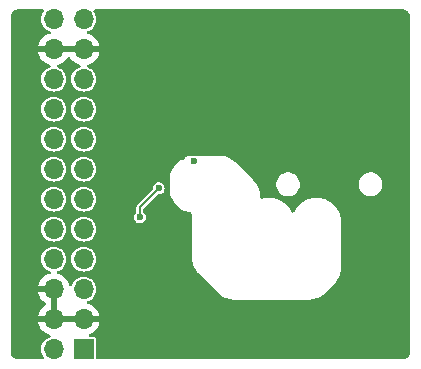
<source format=gbr>
%TF.GenerationSoftware,KiCad,Pcbnew,8.0.3-8.0.3-0~ubuntu23.10.1*%
%TF.CreationDate,2024-10-17T21:53:55-04:00*%
%TF.ProjectId,INA333,494e4133-3333-42e6-9b69-6361645f7063,rev?*%
%TF.SameCoordinates,Original*%
%TF.FileFunction,Copper,L2,Bot*%
%TF.FilePolarity,Positive*%
%FSLAX46Y46*%
G04 Gerber Fmt 4.6, Leading zero omitted, Abs format (unit mm)*
G04 Created by KiCad (PCBNEW 8.0.3-8.0.3-0~ubuntu23.10.1) date 2024-10-17 21:53:55*
%MOMM*%
%LPD*%
G01*
G04 APERTURE LIST*
%TA.AperFunction,ComponentPad*%
%ADD10R,1.700000X1.700000*%
%TD*%
%TA.AperFunction,ComponentPad*%
%ADD11O,1.700000X1.700000*%
%TD*%
%TA.AperFunction,ViaPad*%
%ADD12C,0.600000*%
%TD*%
%TA.AperFunction,Conductor*%
%ADD13C,0.200000*%
%TD*%
G04 APERTURE END LIST*
D10*
%TO.P,J1,1,Pin_1*%
%TO.N,/SDA{slash}A4*%
X115650000Y-103975000D03*
D11*
%TO.P,J1,2,Pin_2*%
%TO.N,/SCL{slash}A5*%
X113110000Y-103975000D03*
%TO.P,J1,3,Pin_3*%
%TO.N,GND*%
X115650000Y-101435000D03*
%TO.P,J1,4,Pin_4*%
X113110000Y-101435000D03*
%TO.P,J1,5,Pin_5*%
%TO.N,/IN0+*%
X115650000Y-98895000D03*
%TO.P,J1,6,Pin_6*%
%TO.N,GND*%
X113110000Y-98895000D03*
%TO.P,J1,7,Pin_7*%
%TO.N,/IN1-*%
X115650000Y-96355000D03*
%TO.P,J1,8,Pin_8*%
%TO.N,/IN1+*%
X113110000Y-96355000D03*
%TO.P,J1,9,Pin_9*%
%TO.N,/IN2+*%
X115650000Y-93815000D03*
%TO.P,J1,10,Pin_10*%
%TO.N,/IN2-*%
X113110000Y-93815000D03*
%TO.P,J1,11,Pin_11*%
%TO.N,/IN3-*%
X115650000Y-91275000D03*
%TO.P,J1,12,Pin_12*%
%TO.N,/IN3+*%
X113110000Y-91275000D03*
%TO.P,J1,13,Pin_13*%
%TO.N,/IN4+*%
X115650000Y-88735000D03*
%TO.P,J1,14,Pin_14*%
%TO.N,/IN4-*%
X113110000Y-88735000D03*
%TO.P,J1,15,Pin_15*%
%TO.N,/IN5-*%
X115650000Y-86195000D03*
%TO.P,J1,16,Pin_16*%
%TO.N,/IN5+*%
X113110000Y-86195000D03*
%TO.P,J1,17,Pin_17*%
%TO.N,/IN6+*%
X115650000Y-83655000D03*
%TO.P,J1,18,Pin_18*%
%TO.N,/IN6-*%
X113110000Y-83655000D03*
%TO.P,J1,19,Pin_19*%
%TO.N,/IN7-*%
X115650000Y-81115000D03*
%TO.P,J1,20,Pin_20*%
%TO.N,/IN7+*%
X113110000Y-81115000D03*
%TO.P,J1,21,Pin_21*%
%TO.N,GND*%
X115650000Y-78575000D03*
%TO.P,J1,22,Pin_22*%
X113110000Y-78575000D03*
%TO.P,J1,23,Pin_23*%
%TO.N,/A0*%
X115650000Y-76035000D03*
%TO.P,J1,24,Pin_24*%
%TO.N,VIN*%
X113110000Y-76035000D03*
%TD*%
D12*
%TO.N,VIN*%
X122000000Y-90350000D03*
X120400000Y-92800000D03*
%TO.N,GND*%
X119200000Y-92200000D03*
X126300000Y-85400000D03*
X124000000Y-87700000D03*
X125000000Y-88000000D03*
%TD*%
D13*
%TO.N,VIN*%
X120400000Y-91950000D02*
X122000000Y-90350000D01*
X120400000Y-92800000D02*
X120400000Y-91950000D01*
%TD*%
%TA.AperFunction,Conductor*%
%TO.N,GND*%
G36*
X112236643Y-75225185D02*
G01*
X112282398Y-75277989D01*
X112292342Y-75347147D01*
X112265458Y-75408164D01*
X112232317Y-75448546D01*
X112134769Y-75631043D01*
X112134768Y-75631045D01*
X112134768Y-75631046D01*
X112127898Y-75653692D01*
X112074699Y-75829067D01*
X112054417Y-76035000D01*
X112074699Y-76240932D01*
X112074700Y-76240934D01*
X112134768Y-76438954D01*
X112232315Y-76621450D01*
X112232317Y-76621452D01*
X112363589Y-76781410D01*
X112460209Y-76860702D01*
X112523550Y-76912685D01*
X112706046Y-77010232D01*
X112772551Y-77030405D01*
X112830989Y-77068702D01*
X112859446Y-77132514D01*
X112848887Y-77201581D01*
X112802663Y-77253975D01*
X112768650Y-77268841D01*
X112646514Y-77301567D01*
X112646507Y-77301570D01*
X112432422Y-77401399D01*
X112432420Y-77401400D01*
X112238926Y-77536886D01*
X112238920Y-77536891D01*
X112071891Y-77703920D01*
X112071886Y-77703926D01*
X111936400Y-77897420D01*
X111936399Y-77897422D01*
X111836570Y-78111507D01*
X111836567Y-78111513D01*
X111779364Y-78324999D01*
X111779364Y-78325000D01*
X112676988Y-78325000D01*
X112644075Y-78382007D01*
X112610000Y-78509174D01*
X112610000Y-78640826D01*
X112644075Y-78767993D01*
X112676988Y-78825000D01*
X111779364Y-78825000D01*
X111836567Y-79038486D01*
X111836570Y-79038492D01*
X111936399Y-79252578D01*
X112071894Y-79446082D01*
X112238917Y-79613105D01*
X112432421Y-79748600D01*
X112646507Y-79848429D01*
X112646516Y-79848433D01*
X112768649Y-79881158D01*
X112828310Y-79917523D01*
X112858839Y-79980369D01*
X112850545Y-80049745D01*
X112806059Y-80103623D01*
X112772552Y-80119593D01*
X112706046Y-80139767D01*
X112575358Y-80209622D01*
X112523550Y-80237315D01*
X112523548Y-80237316D01*
X112523547Y-80237317D01*
X112363589Y-80368589D01*
X112232317Y-80528547D01*
X112134769Y-80711043D01*
X112074699Y-80909067D01*
X112054417Y-81115000D01*
X112074699Y-81320932D01*
X112074700Y-81320934D01*
X112134768Y-81518954D01*
X112232315Y-81701450D01*
X112232317Y-81701452D01*
X112363589Y-81861410D01*
X112460209Y-81940702D01*
X112523550Y-81992685D01*
X112706046Y-82090232D01*
X112904066Y-82150300D01*
X112904065Y-82150300D01*
X112922529Y-82152118D01*
X113110000Y-82170583D01*
X113315934Y-82150300D01*
X113513954Y-82090232D01*
X113696450Y-81992685D01*
X113856410Y-81861410D01*
X113987685Y-81701450D01*
X114085232Y-81518954D01*
X114145300Y-81320934D01*
X114165583Y-81115000D01*
X114145300Y-80909066D01*
X114085232Y-80711046D01*
X113987685Y-80528550D01*
X113935702Y-80465209D01*
X113856410Y-80368589D01*
X113696452Y-80237317D01*
X113696453Y-80237317D01*
X113696450Y-80237315D01*
X113513954Y-80139768D01*
X113447447Y-80119593D01*
X113389009Y-80081296D01*
X113360553Y-80017484D01*
X113371113Y-79948417D01*
X113417337Y-79896023D01*
X113451350Y-79881158D01*
X113573483Y-79848433D01*
X113573492Y-79848429D01*
X113787578Y-79748600D01*
X113981082Y-79613105D01*
X114148105Y-79446082D01*
X114278425Y-79259968D01*
X114333002Y-79216344D01*
X114402501Y-79209151D01*
X114464855Y-79240673D01*
X114481575Y-79259968D01*
X114611894Y-79446082D01*
X114778917Y-79613105D01*
X114972421Y-79748600D01*
X115186507Y-79848429D01*
X115186516Y-79848433D01*
X115308649Y-79881158D01*
X115368310Y-79917523D01*
X115398839Y-79980369D01*
X115390545Y-80049745D01*
X115346059Y-80103623D01*
X115312552Y-80119593D01*
X115246046Y-80139767D01*
X115115358Y-80209622D01*
X115063550Y-80237315D01*
X115063548Y-80237316D01*
X115063547Y-80237317D01*
X114903589Y-80368589D01*
X114772317Y-80528547D01*
X114674769Y-80711043D01*
X114614699Y-80909067D01*
X114594417Y-81115000D01*
X114614699Y-81320932D01*
X114614700Y-81320934D01*
X114674768Y-81518954D01*
X114772315Y-81701450D01*
X114772317Y-81701452D01*
X114903589Y-81861410D01*
X115000209Y-81940702D01*
X115063550Y-81992685D01*
X115246046Y-82090232D01*
X115444066Y-82150300D01*
X115444065Y-82150300D01*
X115462529Y-82152118D01*
X115650000Y-82170583D01*
X115855934Y-82150300D01*
X116053954Y-82090232D01*
X116236450Y-81992685D01*
X116396410Y-81861410D01*
X116527685Y-81701450D01*
X116625232Y-81518954D01*
X116685300Y-81320934D01*
X116705583Y-81115000D01*
X116685300Y-80909066D01*
X116625232Y-80711046D01*
X116527685Y-80528550D01*
X116475702Y-80465209D01*
X116396410Y-80368589D01*
X116236452Y-80237317D01*
X116236453Y-80237317D01*
X116236450Y-80237315D01*
X116053954Y-80139768D01*
X115987447Y-80119593D01*
X115929009Y-80081296D01*
X115900553Y-80017484D01*
X115911113Y-79948417D01*
X115957337Y-79896023D01*
X115991350Y-79881158D01*
X116113483Y-79848433D01*
X116113492Y-79848429D01*
X116327578Y-79748600D01*
X116521082Y-79613105D01*
X116688105Y-79446082D01*
X116823600Y-79252578D01*
X116923429Y-79038492D01*
X116923432Y-79038486D01*
X116980636Y-78825000D01*
X116083012Y-78825000D01*
X116115925Y-78767993D01*
X116150000Y-78640826D01*
X116150000Y-78509174D01*
X116115925Y-78382007D01*
X116083012Y-78325000D01*
X116980636Y-78325000D01*
X116980635Y-78324999D01*
X116923432Y-78111513D01*
X116923429Y-78111507D01*
X116823600Y-77897422D01*
X116823599Y-77897420D01*
X116688113Y-77703926D01*
X116688108Y-77703920D01*
X116521082Y-77536894D01*
X116327578Y-77401399D01*
X116113492Y-77301570D01*
X116113486Y-77301567D01*
X115991349Y-77268841D01*
X115931689Y-77232476D01*
X115901160Y-77169629D01*
X115909455Y-77100253D01*
X115953940Y-77046375D01*
X115987444Y-77030407D01*
X116053954Y-77010232D01*
X116236450Y-76912685D01*
X116396410Y-76781410D01*
X116527685Y-76621450D01*
X116625232Y-76438954D01*
X116685300Y-76240934D01*
X116705583Y-76035000D01*
X116685300Y-75829066D01*
X116625232Y-75631046D01*
X116527685Y-75448550D01*
X116527682Y-75448546D01*
X116494542Y-75408164D01*
X116467230Y-75343854D01*
X116479022Y-75274986D01*
X116526174Y-75223427D01*
X116590396Y-75205500D01*
X142679108Y-75205500D01*
X142738038Y-75205500D01*
X142751922Y-75206280D01*
X142842266Y-75216459D01*
X142869331Y-75222636D01*
X142948540Y-75250352D01*
X142973553Y-75262398D01*
X143044606Y-75307043D01*
X143066313Y-75324355D01*
X143125644Y-75383686D01*
X143142957Y-75405395D01*
X143187600Y-75476444D01*
X143199648Y-75501462D01*
X143227362Y-75580666D01*
X143233540Y-75607735D01*
X143243720Y-75698076D01*
X143244500Y-75711961D01*
X143244500Y-104298038D01*
X143243720Y-104311923D01*
X143233540Y-104402264D01*
X143227362Y-104429333D01*
X143199648Y-104508537D01*
X143187600Y-104533555D01*
X143142957Y-104604604D01*
X143125644Y-104626313D01*
X143066313Y-104685644D01*
X143044604Y-104702957D01*
X142973555Y-104747600D01*
X142948537Y-104759648D01*
X142869333Y-104787362D01*
X142842264Y-104793540D01*
X142762075Y-104802576D01*
X142751921Y-104803720D01*
X142738038Y-104804500D01*
X116824500Y-104804500D01*
X116757461Y-104784815D01*
X116711706Y-104732011D01*
X116700500Y-104680500D01*
X116700500Y-103105249D01*
X116700499Y-103105247D01*
X116688868Y-103046770D01*
X116688867Y-103046769D01*
X116644552Y-102980447D01*
X116578230Y-102936132D01*
X116578229Y-102936131D01*
X116519752Y-102924500D01*
X116519748Y-102924500D01*
X116209457Y-102924500D01*
X116142418Y-102904815D01*
X116096663Y-102852011D01*
X116086719Y-102782853D01*
X116115744Y-102719297D01*
X116157052Y-102688118D01*
X116327578Y-102608600D01*
X116521082Y-102473105D01*
X116688105Y-102306082D01*
X116823600Y-102112578D01*
X116923429Y-101898492D01*
X116923432Y-101898486D01*
X116980636Y-101685000D01*
X116083012Y-101685000D01*
X116115925Y-101627993D01*
X116150000Y-101500826D01*
X116150000Y-101369174D01*
X116115925Y-101242007D01*
X116083012Y-101185000D01*
X116980636Y-101185000D01*
X116980635Y-101184999D01*
X116923432Y-100971513D01*
X116923429Y-100971507D01*
X116823600Y-100757422D01*
X116823599Y-100757420D01*
X116688113Y-100563926D01*
X116688108Y-100563920D01*
X116521082Y-100396894D01*
X116327578Y-100261399D01*
X116113492Y-100161570D01*
X116113486Y-100161567D01*
X115991349Y-100128841D01*
X115931689Y-100092476D01*
X115901160Y-100029629D01*
X115909455Y-99960253D01*
X115953940Y-99906375D01*
X115987444Y-99890407D01*
X116053954Y-99870232D01*
X116236450Y-99772685D01*
X116396410Y-99641410D01*
X116527685Y-99481450D01*
X116625232Y-99298954D01*
X116685300Y-99100934D01*
X116705583Y-98895000D01*
X116685300Y-98689066D01*
X116625232Y-98491046D01*
X116527685Y-98308550D01*
X116452897Y-98217420D01*
X116396410Y-98148589D01*
X116278677Y-98051969D01*
X116236450Y-98017315D01*
X116053954Y-97919768D01*
X115855934Y-97859700D01*
X115855932Y-97859699D01*
X115855934Y-97859699D01*
X115650000Y-97839417D01*
X115444067Y-97859699D01*
X115246043Y-97919769D01*
X115135898Y-97978643D01*
X115063550Y-98017315D01*
X115063548Y-98017316D01*
X115063547Y-98017317D01*
X114903589Y-98148589D01*
X114772317Y-98308547D01*
X114772315Y-98308550D01*
X114748627Y-98352867D01*
X114674767Y-98491046D01*
X114654593Y-98557552D01*
X114616296Y-98615990D01*
X114552483Y-98644447D01*
X114483416Y-98633886D01*
X114431023Y-98587661D01*
X114416158Y-98553649D01*
X114383433Y-98431516D01*
X114383429Y-98431507D01*
X114283600Y-98217422D01*
X114283599Y-98217420D01*
X114148113Y-98023926D01*
X114148108Y-98023920D01*
X113981082Y-97856894D01*
X113787578Y-97721399D01*
X113573492Y-97621570D01*
X113573486Y-97621567D01*
X113451349Y-97588841D01*
X113391689Y-97552476D01*
X113361160Y-97489629D01*
X113369455Y-97420253D01*
X113413940Y-97366375D01*
X113447444Y-97350407D01*
X113513954Y-97330232D01*
X113696450Y-97232685D01*
X113856410Y-97101410D01*
X113987685Y-96941450D01*
X114085232Y-96758954D01*
X114145300Y-96560934D01*
X114165583Y-96355000D01*
X114594417Y-96355000D01*
X114614699Y-96560932D01*
X114614700Y-96560934D01*
X114674768Y-96758954D01*
X114772315Y-96941450D01*
X114772317Y-96941452D01*
X114903589Y-97101410D01*
X115000209Y-97180702D01*
X115063550Y-97232685D01*
X115246046Y-97330232D01*
X115444066Y-97390300D01*
X115444065Y-97390300D01*
X115462529Y-97392118D01*
X115650000Y-97410583D01*
X115855934Y-97390300D01*
X116053954Y-97330232D01*
X116236450Y-97232685D01*
X116396410Y-97101410D01*
X116527685Y-96941450D01*
X116625232Y-96758954D01*
X116685300Y-96560934D01*
X116705583Y-96355000D01*
X116685300Y-96149066D01*
X116625232Y-95951046D01*
X116527685Y-95768550D01*
X116475702Y-95705209D01*
X116396410Y-95608589D01*
X116236452Y-95477317D01*
X116236453Y-95477317D01*
X116236450Y-95477315D01*
X116053954Y-95379768D01*
X115855934Y-95319700D01*
X115855932Y-95319699D01*
X115855934Y-95319699D01*
X115650000Y-95299417D01*
X115444067Y-95319699D01*
X115246043Y-95379769D01*
X115135898Y-95438643D01*
X115063550Y-95477315D01*
X115063548Y-95477316D01*
X115063547Y-95477317D01*
X114903589Y-95608589D01*
X114772317Y-95768547D01*
X114674769Y-95951043D01*
X114614699Y-96149067D01*
X114594417Y-96355000D01*
X114165583Y-96355000D01*
X114145300Y-96149066D01*
X114085232Y-95951046D01*
X113987685Y-95768550D01*
X113935702Y-95705209D01*
X113856410Y-95608589D01*
X113696452Y-95477317D01*
X113696453Y-95477317D01*
X113696450Y-95477315D01*
X113513954Y-95379768D01*
X113315934Y-95319700D01*
X113315932Y-95319699D01*
X113315934Y-95319699D01*
X113110000Y-95299417D01*
X112904067Y-95319699D01*
X112706043Y-95379769D01*
X112595898Y-95438643D01*
X112523550Y-95477315D01*
X112523548Y-95477316D01*
X112523547Y-95477317D01*
X112363589Y-95608589D01*
X112232317Y-95768547D01*
X112134769Y-95951043D01*
X112074699Y-96149067D01*
X112054417Y-96355000D01*
X112074699Y-96560932D01*
X112074700Y-96560934D01*
X112134768Y-96758954D01*
X112232315Y-96941450D01*
X112232317Y-96941452D01*
X112363589Y-97101410D01*
X112460209Y-97180702D01*
X112523550Y-97232685D01*
X112706046Y-97330232D01*
X112772551Y-97350405D01*
X112830989Y-97388702D01*
X112859446Y-97452514D01*
X112848887Y-97521581D01*
X112802663Y-97573975D01*
X112768650Y-97588841D01*
X112646514Y-97621567D01*
X112646507Y-97621570D01*
X112432422Y-97721399D01*
X112432420Y-97721400D01*
X112238926Y-97856886D01*
X112238920Y-97856891D01*
X112071891Y-98023920D01*
X112071886Y-98023926D01*
X111936400Y-98217420D01*
X111936399Y-98217422D01*
X111836570Y-98431507D01*
X111836567Y-98431513D01*
X111779364Y-98644999D01*
X111779364Y-98645000D01*
X112676988Y-98645000D01*
X112644075Y-98702007D01*
X112610000Y-98829174D01*
X112610000Y-98960826D01*
X112644075Y-99087993D01*
X112676988Y-99145000D01*
X111779364Y-99145000D01*
X111836567Y-99358486D01*
X111836570Y-99358492D01*
X111936399Y-99572578D01*
X112071894Y-99766082D01*
X112238917Y-99933105D01*
X112425031Y-100063425D01*
X112468656Y-100118003D01*
X112475848Y-100187501D01*
X112444326Y-100249856D01*
X112425031Y-100266575D01*
X112238922Y-100396890D01*
X112238920Y-100396891D01*
X112071891Y-100563920D01*
X112071886Y-100563926D01*
X111936400Y-100757420D01*
X111936399Y-100757422D01*
X111836570Y-100971507D01*
X111836567Y-100971513D01*
X111779364Y-101184999D01*
X111779364Y-101185000D01*
X112676988Y-101185000D01*
X112644075Y-101242007D01*
X112610000Y-101369174D01*
X112610000Y-101500826D01*
X112644075Y-101627993D01*
X112676988Y-101685000D01*
X111779364Y-101685000D01*
X111836567Y-101898486D01*
X111836570Y-101898492D01*
X111936399Y-102112578D01*
X112071894Y-102306082D01*
X112238917Y-102473105D01*
X112432421Y-102608600D01*
X112646507Y-102708429D01*
X112646516Y-102708433D01*
X112768649Y-102741158D01*
X112828310Y-102777523D01*
X112858839Y-102840369D01*
X112850545Y-102909745D01*
X112806059Y-102963623D01*
X112772552Y-102979593D01*
X112706046Y-102999767D01*
X112618112Y-103046770D01*
X112523550Y-103097315D01*
X112523548Y-103097316D01*
X112523547Y-103097317D01*
X112363589Y-103228589D01*
X112232317Y-103388547D01*
X112134769Y-103571043D01*
X112074699Y-103769067D01*
X112054417Y-103975000D01*
X112074699Y-104180932D01*
X112074700Y-104180934D01*
X112134768Y-104378954D01*
X112211081Y-104521725D01*
X112232317Y-104561453D01*
X112265458Y-104601836D01*
X112292770Y-104666146D01*
X112280978Y-104735014D01*
X112233826Y-104786573D01*
X112169604Y-104804500D01*
X110016962Y-104804500D01*
X110003078Y-104803720D01*
X109990553Y-104802308D01*
X109912735Y-104793540D01*
X109885666Y-104787362D01*
X109806462Y-104759648D01*
X109781444Y-104747600D01*
X109710395Y-104702957D01*
X109688686Y-104685644D01*
X109629355Y-104626313D01*
X109612042Y-104604604D01*
X109584928Y-104561453D01*
X109567398Y-104533553D01*
X109555351Y-104508537D01*
X109527637Y-104429333D01*
X109521459Y-104402263D01*
X109511280Y-104311922D01*
X109510500Y-104298038D01*
X109510500Y-93815000D01*
X112054417Y-93815000D01*
X112074699Y-94020932D01*
X112074700Y-94020934D01*
X112134768Y-94218954D01*
X112232315Y-94401450D01*
X112232317Y-94401452D01*
X112363589Y-94561410D01*
X112460209Y-94640702D01*
X112523550Y-94692685D01*
X112706046Y-94790232D01*
X112904066Y-94850300D01*
X112904065Y-94850300D01*
X112922529Y-94852118D01*
X113110000Y-94870583D01*
X113315934Y-94850300D01*
X113513954Y-94790232D01*
X113696450Y-94692685D01*
X113856410Y-94561410D01*
X113987685Y-94401450D01*
X114085232Y-94218954D01*
X114145300Y-94020934D01*
X114165583Y-93815000D01*
X114594417Y-93815000D01*
X114614699Y-94020932D01*
X114614700Y-94020934D01*
X114674768Y-94218954D01*
X114772315Y-94401450D01*
X114772317Y-94401452D01*
X114903589Y-94561410D01*
X115000209Y-94640702D01*
X115063550Y-94692685D01*
X115246046Y-94790232D01*
X115444066Y-94850300D01*
X115444065Y-94850300D01*
X115462529Y-94852118D01*
X115650000Y-94870583D01*
X115855934Y-94850300D01*
X116053954Y-94790232D01*
X116236450Y-94692685D01*
X116396410Y-94561410D01*
X116527685Y-94401450D01*
X116625232Y-94218954D01*
X116685300Y-94020934D01*
X116705583Y-93815000D01*
X116685300Y-93609066D01*
X116625232Y-93411046D01*
X116527685Y-93228550D01*
X116475702Y-93165209D01*
X116396410Y-93068589D01*
X116278677Y-92971969D01*
X116236450Y-92937315D01*
X116066554Y-92846502D01*
X116053956Y-92839769D01*
X116053955Y-92839768D01*
X116053954Y-92839768D01*
X115922855Y-92800000D01*
X119894353Y-92800000D01*
X119914834Y-92942456D01*
X119946709Y-93012251D01*
X119974623Y-93073373D01*
X120068872Y-93182143D01*
X120189947Y-93259953D01*
X120189950Y-93259954D01*
X120189949Y-93259954D01*
X120328036Y-93300499D01*
X120328038Y-93300500D01*
X120328039Y-93300500D01*
X120471962Y-93300500D01*
X120471962Y-93300499D01*
X120610053Y-93259953D01*
X120731128Y-93182143D01*
X120825377Y-93073373D01*
X120885165Y-92942457D01*
X120905647Y-92800000D01*
X120885165Y-92657543D01*
X120825377Y-92526627D01*
X120825375Y-92526625D01*
X120825374Y-92526622D01*
X120730787Y-92417462D01*
X120701762Y-92353906D01*
X120700500Y-92336260D01*
X120700500Y-92125832D01*
X120720185Y-92058793D01*
X120736814Y-92038155D01*
X121888151Y-90886818D01*
X121949474Y-90853334D01*
X121975832Y-90850500D01*
X122071962Y-90850500D01*
X122071962Y-90850499D01*
X122210053Y-90809953D01*
X122331128Y-90732143D01*
X122425377Y-90623373D01*
X122485165Y-90492457D01*
X122505647Y-90350000D01*
X122485165Y-90207543D01*
X122425377Y-90076627D01*
X122331128Y-89967857D01*
X122210053Y-89890047D01*
X122210051Y-89890046D01*
X122210049Y-89890045D01*
X122210050Y-89890045D01*
X122071963Y-89849500D01*
X122071961Y-89849500D01*
X121928039Y-89849500D01*
X121928036Y-89849500D01*
X121789949Y-89890045D01*
X121668873Y-89967856D01*
X121574623Y-90076626D01*
X121574622Y-90076628D01*
X121514834Y-90207543D01*
X121494353Y-90350000D01*
X121494353Y-90350001D01*
X121495661Y-90359103D01*
X121485713Y-90428261D01*
X121460603Y-90464424D01*
X120215489Y-91709540D01*
X120159541Y-91765487D01*
X120159535Y-91765495D01*
X120119982Y-91834004D01*
X120119979Y-91834009D01*
X120099500Y-91910439D01*
X120099500Y-92336260D01*
X120079815Y-92403299D01*
X120069213Y-92417462D01*
X119974625Y-92526622D01*
X119974622Y-92526628D01*
X119914834Y-92657543D01*
X119894353Y-92800000D01*
X115922855Y-92800000D01*
X115855934Y-92779700D01*
X115855932Y-92779699D01*
X115855934Y-92779699D01*
X115650000Y-92759417D01*
X115444067Y-92779699D01*
X115246043Y-92839769D01*
X115135898Y-92898643D01*
X115063550Y-92937315D01*
X115063548Y-92937316D01*
X115063547Y-92937317D01*
X114903589Y-93068589D01*
X114772317Y-93228547D01*
X114674769Y-93411043D01*
X114614699Y-93609067D01*
X114594417Y-93815000D01*
X114165583Y-93815000D01*
X114145300Y-93609066D01*
X114085232Y-93411046D01*
X113987685Y-93228550D01*
X113935702Y-93165209D01*
X113856410Y-93068589D01*
X113738677Y-92971969D01*
X113696450Y-92937315D01*
X113526554Y-92846502D01*
X113513956Y-92839769D01*
X113513955Y-92839768D01*
X113513954Y-92839768D01*
X113315934Y-92779700D01*
X113315932Y-92779699D01*
X113315934Y-92779699D01*
X113110000Y-92759417D01*
X112904067Y-92779699D01*
X112706043Y-92839769D01*
X112595898Y-92898643D01*
X112523550Y-92937315D01*
X112523548Y-92937316D01*
X112523547Y-92937317D01*
X112363589Y-93068589D01*
X112232317Y-93228547D01*
X112134769Y-93411043D01*
X112074699Y-93609067D01*
X112054417Y-93815000D01*
X109510500Y-93815000D01*
X109510500Y-91275000D01*
X112054417Y-91275000D01*
X112074699Y-91480932D01*
X112104734Y-91579944D01*
X112134768Y-91678954D01*
X112232315Y-91861450D01*
X112232317Y-91861452D01*
X112363589Y-92021410D01*
X112450183Y-92092475D01*
X112523550Y-92152685D01*
X112706046Y-92250232D01*
X112904066Y-92310300D01*
X112904065Y-92310300D01*
X112922529Y-92312118D01*
X113110000Y-92330583D01*
X113315934Y-92310300D01*
X113513954Y-92250232D01*
X113696450Y-92152685D01*
X113856410Y-92021410D01*
X113987685Y-91861450D01*
X114085232Y-91678954D01*
X114145300Y-91480934D01*
X114165583Y-91275000D01*
X114594417Y-91275000D01*
X114614699Y-91480932D01*
X114644734Y-91579944D01*
X114674768Y-91678954D01*
X114772315Y-91861450D01*
X114772317Y-91861452D01*
X114903589Y-92021410D01*
X114990183Y-92092475D01*
X115063550Y-92152685D01*
X115246046Y-92250232D01*
X115444066Y-92310300D01*
X115444065Y-92310300D01*
X115462529Y-92312118D01*
X115650000Y-92330583D01*
X115855934Y-92310300D01*
X116053954Y-92250232D01*
X116236450Y-92152685D01*
X116396410Y-92021410D01*
X116527685Y-91861450D01*
X116625232Y-91678954D01*
X116685300Y-91480934D01*
X116705583Y-91275000D01*
X116685300Y-91069066D01*
X116625232Y-90871046D01*
X116527685Y-90688550D01*
X116474194Y-90623371D01*
X116396410Y-90528589D01*
X116274158Y-90428261D01*
X116236450Y-90397315D01*
X116053954Y-90299768D01*
X115855934Y-90239700D01*
X115855932Y-90239699D01*
X115855934Y-90239699D01*
X115650000Y-90219417D01*
X115444067Y-90239699D01*
X115246043Y-90299769D01*
X115152069Y-90350000D01*
X115063550Y-90397315D01*
X115063548Y-90397316D01*
X115063547Y-90397317D01*
X114903589Y-90528589D01*
X114772317Y-90688547D01*
X114674769Y-90871043D01*
X114614699Y-91069067D01*
X114594417Y-91275000D01*
X114165583Y-91275000D01*
X114145300Y-91069066D01*
X114085232Y-90871046D01*
X113987685Y-90688550D01*
X113934194Y-90623371D01*
X113856410Y-90528589D01*
X113734158Y-90428261D01*
X113696450Y-90397315D01*
X113513954Y-90299768D01*
X113315934Y-90239700D01*
X113315932Y-90239699D01*
X113315934Y-90239699D01*
X113110000Y-90219417D01*
X112904067Y-90239699D01*
X112706043Y-90299769D01*
X112612069Y-90350000D01*
X112523550Y-90397315D01*
X112523548Y-90397316D01*
X112523547Y-90397317D01*
X112363589Y-90528589D01*
X112232317Y-90688547D01*
X112134769Y-90871043D01*
X112074699Y-91069067D01*
X112054417Y-91275000D01*
X109510500Y-91275000D01*
X109510500Y-88735000D01*
X112054417Y-88735000D01*
X112074699Y-88940932D01*
X112074700Y-88940934D01*
X112134768Y-89138954D01*
X112232315Y-89321450D01*
X112232317Y-89321452D01*
X112363589Y-89481410D01*
X112424128Y-89531092D01*
X112523550Y-89612685D01*
X112706046Y-89710232D01*
X112904066Y-89770300D01*
X112904065Y-89770300D01*
X112922529Y-89772118D01*
X113110000Y-89790583D01*
X113315934Y-89770300D01*
X113513954Y-89710232D01*
X113696450Y-89612685D01*
X113856410Y-89481410D01*
X113987685Y-89321450D01*
X114085232Y-89138954D01*
X114145300Y-88940934D01*
X114165583Y-88735000D01*
X114594417Y-88735000D01*
X114614699Y-88940932D01*
X114614700Y-88940934D01*
X114674768Y-89138954D01*
X114772315Y-89321450D01*
X114772317Y-89321452D01*
X114903589Y-89481410D01*
X114964128Y-89531092D01*
X115063550Y-89612685D01*
X115246046Y-89710232D01*
X115444066Y-89770300D01*
X115444065Y-89770300D01*
X115462529Y-89772118D01*
X115650000Y-89790583D01*
X115855934Y-89770300D01*
X116053954Y-89710232D01*
X116236450Y-89612685D01*
X116265689Y-89588689D01*
X122915891Y-89588689D01*
X122915891Y-89761310D01*
X122928202Y-89917727D01*
X122928202Y-89917734D01*
X122938159Y-89980605D01*
X122938159Y-90019395D01*
X122928202Y-90082265D01*
X122928202Y-90082272D01*
X122915891Y-90238689D01*
X122915891Y-90411310D01*
X122928202Y-90567728D01*
X122928204Y-90567747D01*
X122955204Y-90738221D01*
X122991832Y-90890793D01*
X122991833Y-90890797D01*
X122991836Y-90890807D01*
X122991837Y-90890810D01*
X123045177Y-91054972D01*
X123105227Y-91199943D01*
X123183590Y-91353739D01*
X123261533Y-91480932D01*
X123265573Y-91487524D01*
X123265590Y-91487549D01*
X123367026Y-91627166D01*
X123468942Y-91746496D01*
X123591003Y-91868557D01*
X123710333Y-91970473D01*
X123849950Y-92071909D01*
X123849971Y-92071924D01*
X123983761Y-92153910D01*
X124137557Y-92232273D01*
X124282528Y-92292323D01*
X124446690Y-92345663D01*
X124446700Y-92345665D01*
X124446702Y-92345666D01*
X124446706Y-92345667D01*
X124474274Y-92352285D01*
X124599277Y-92382295D01*
X124696435Y-92397683D01*
X124759570Y-92427612D01*
X124796502Y-92486923D01*
X124801038Y-92520076D01*
X124803391Y-96186951D01*
X124815702Y-96342733D01*
X124815705Y-96342756D01*
X124842704Y-96513221D01*
X124879332Y-96665793D01*
X124879333Y-96665797D01*
X124879336Y-96665807D01*
X124879337Y-96665810D01*
X124932677Y-96829972D01*
X124992727Y-96974943D01*
X124992731Y-96974951D01*
X124992732Y-96974953D01*
X125026339Y-97040911D01*
X125026339Y-97040912D01*
X125071086Y-97128732D01*
X125071098Y-97128753D01*
X125153068Y-97262517D01*
X125153090Y-97262549D01*
X125254532Y-97402173D01*
X125254534Y-97402176D01*
X125261433Y-97410582D01*
X125329239Y-97493203D01*
X125384032Y-97552476D01*
X125387886Y-97556645D01*
X125416077Y-97585923D01*
X125416095Y-97585941D01*
X125416097Y-97585943D01*
X127079521Y-99244573D01*
X127197822Y-99345464D01*
X127337467Y-99446922D01*
X127337471Y-99446924D01*
X127337476Y-99446928D01*
X127471245Y-99528902D01*
X127471250Y-99528905D01*
X127471255Y-99528907D01*
X127471264Y-99528913D01*
X127625061Y-99607276D01*
X127770033Y-99667325D01*
X127934194Y-99720664D01*
X128086771Y-99757295D01*
X128257256Y-99784298D01*
X128323777Y-99789533D01*
X128336398Y-99794343D01*
X128374460Y-99795838D01*
X128374460Y-99795839D01*
X128419457Y-99797606D01*
X128460708Y-99799228D01*
X128460720Y-99799228D01*
X128460740Y-99799229D01*
X128500548Y-99800000D01*
X128500559Y-99799999D01*
X128500560Y-99800000D01*
X132035579Y-99798062D01*
X134686853Y-99796609D01*
X134842738Y-99784297D01*
X135013223Y-99757295D01*
X135165810Y-99720663D01*
X135329972Y-99667323D01*
X135474943Y-99607273D01*
X135628739Y-99528910D01*
X135762529Y-99446924D01*
X135902174Y-99345467D01*
X135993203Y-99270761D01*
X136056627Y-99212131D01*
X136087024Y-99182817D01*
X136890485Y-98374561D01*
X136890484Y-98374560D01*
X136909290Y-98355642D01*
X136910096Y-98352867D01*
X136920449Y-98338908D01*
X136990467Y-98257174D01*
X137091924Y-98117529D01*
X137173910Y-97983739D01*
X137252273Y-97829943D01*
X137312323Y-97684972D01*
X137365663Y-97520810D01*
X137402295Y-97368223D01*
X137429297Y-97197738D01*
X137440838Y-97080566D01*
X137444229Y-96994261D01*
X137445000Y-96954104D01*
X137441609Y-93167799D01*
X137429297Y-93012262D01*
X137402295Y-92841777D01*
X137365663Y-92689190D01*
X137312323Y-92525028D01*
X137252273Y-92380057D01*
X137173910Y-92226261D01*
X137091924Y-92092471D01*
X137091909Y-92092450D01*
X136990473Y-91952833D01*
X136888557Y-91833503D01*
X136766496Y-91711442D01*
X136647166Y-91609526D01*
X136507549Y-91508090D01*
X136507537Y-91508082D01*
X136507529Y-91508076D01*
X136373739Y-91426090D01*
X136219943Y-91347727D01*
X136093168Y-91295214D01*
X136074980Y-91287680D01*
X136074974Y-91287678D01*
X136074975Y-91287678D01*
X136074972Y-91287677D01*
X135910810Y-91234337D01*
X135910807Y-91234336D01*
X135910797Y-91234333D01*
X135910793Y-91234332D01*
X135758221Y-91197704D01*
X135587747Y-91170704D01*
X135587738Y-91170703D01*
X135587736Y-91170702D01*
X135587728Y-91170702D01*
X135431310Y-91158391D01*
X135431305Y-91158391D01*
X135258695Y-91158391D01*
X135258689Y-91158391D01*
X135102271Y-91170702D01*
X135102252Y-91170704D01*
X134931778Y-91197704D01*
X134779206Y-91234332D01*
X134779202Y-91234333D01*
X134615025Y-91287678D01*
X134615019Y-91287680D01*
X134482960Y-91342382D01*
X134470057Y-91347727D01*
X134316261Y-91426090D01*
X134316256Y-91426092D01*
X134316256Y-91426093D01*
X134316252Y-91426095D01*
X134182475Y-91508073D01*
X134182450Y-91508090D01*
X134042833Y-91609526D01*
X133923503Y-91711442D01*
X133801442Y-91833503D01*
X133699526Y-91952833D01*
X133598090Y-92092450D01*
X133598073Y-92092475D01*
X133516095Y-92226252D01*
X133516092Y-92226256D01*
X133513026Y-92232274D01*
X133455483Y-92345207D01*
X133407510Y-92396002D01*
X133339689Y-92412797D01*
X133273554Y-92390259D01*
X133234516Y-92345207D01*
X133173910Y-92226261D01*
X133091924Y-92092471D01*
X133091909Y-92092450D01*
X132990473Y-91952833D01*
X132888557Y-91833503D01*
X132766496Y-91711442D01*
X132647166Y-91609526D01*
X132507549Y-91508090D01*
X132507537Y-91508082D01*
X132507529Y-91508076D01*
X132373739Y-91426090D01*
X132219943Y-91347727D01*
X132093168Y-91295214D01*
X132074980Y-91287680D01*
X132074974Y-91287678D01*
X132074975Y-91287678D01*
X132074972Y-91287677D01*
X131910810Y-91234337D01*
X131910807Y-91234336D01*
X131910797Y-91234333D01*
X131910793Y-91234332D01*
X131758221Y-91197704D01*
X131587747Y-91170704D01*
X131587738Y-91170703D01*
X131587736Y-91170702D01*
X131587728Y-91170702D01*
X131431310Y-91158391D01*
X131431305Y-91158391D01*
X131258695Y-91158391D01*
X131258689Y-91158391D01*
X131102271Y-91170702D01*
X131102252Y-91170704D01*
X130931778Y-91197704D01*
X130779208Y-91234331D01*
X130779190Y-91234337D01*
X130759009Y-91240894D01*
X130689170Y-91242888D01*
X130629338Y-91206806D01*
X130598511Y-91144105D01*
X130596696Y-91123070D01*
X130596609Y-91012904D01*
X130584297Y-90857262D01*
X130557295Y-90686777D01*
X130520663Y-90534190D01*
X130467323Y-90370028D01*
X130407274Y-90225058D01*
X130373572Y-90158914D01*
X130357711Y-90127785D01*
X130357692Y-90127750D01*
X130345359Y-90103543D01*
X131944499Y-90103543D01*
X131982947Y-90296829D01*
X131982950Y-90296839D01*
X132058364Y-90478907D01*
X132058371Y-90478920D01*
X132167860Y-90642781D01*
X132167863Y-90642785D01*
X132307214Y-90782136D01*
X132307218Y-90782139D01*
X132471079Y-90891628D01*
X132471092Y-90891635D01*
X132653160Y-90967049D01*
X132653165Y-90967051D01*
X132653169Y-90967051D01*
X132653170Y-90967052D01*
X132846456Y-91005500D01*
X132846459Y-91005500D01*
X133043543Y-91005500D01*
X133173582Y-90979632D01*
X133236835Y-90967051D01*
X133418914Y-90891632D01*
X133582782Y-90782139D01*
X133722139Y-90642782D01*
X133831632Y-90478914D01*
X133907051Y-90296835D01*
X133921326Y-90225071D01*
X133945500Y-90103543D01*
X138944499Y-90103543D01*
X138982947Y-90296829D01*
X138982950Y-90296839D01*
X139058364Y-90478907D01*
X139058371Y-90478920D01*
X139167860Y-90642781D01*
X139167863Y-90642785D01*
X139307214Y-90782136D01*
X139307218Y-90782139D01*
X139471079Y-90891628D01*
X139471092Y-90891635D01*
X139653160Y-90967049D01*
X139653165Y-90967051D01*
X139653169Y-90967051D01*
X139653170Y-90967052D01*
X139846456Y-91005500D01*
X139846459Y-91005500D01*
X140043543Y-91005500D01*
X140173582Y-90979632D01*
X140236835Y-90967051D01*
X140418914Y-90891632D01*
X140582782Y-90782139D01*
X140722139Y-90642782D01*
X140831632Y-90478914D01*
X140907051Y-90296835D01*
X140921326Y-90225071D01*
X140945500Y-90103543D01*
X140945500Y-89906456D01*
X140907052Y-89713170D01*
X140907051Y-89713169D01*
X140907051Y-89713165D01*
X140904413Y-89706796D01*
X140831635Y-89531092D01*
X140831628Y-89531079D01*
X140722139Y-89367218D01*
X140722136Y-89367214D01*
X140582785Y-89227863D01*
X140582781Y-89227860D01*
X140418920Y-89118371D01*
X140418907Y-89118364D01*
X140236839Y-89042950D01*
X140236829Y-89042947D01*
X140043543Y-89004500D01*
X140043541Y-89004500D01*
X139846459Y-89004500D01*
X139846457Y-89004500D01*
X139653170Y-89042947D01*
X139653160Y-89042950D01*
X139471092Y-89118364D01*
X139471079Y-89118371D01*
X139307218Y-89227860D01*
X139307214Y-89227863D01*
X139167863Y-89367214D01*
X139167860Y-89367218D01*
X139058371Y-89531079D01*
X139058364Y-89531092D01*
X138982950Y-89713160D01*
X138982947Y-89713170D01*
X138944500Y-89906456D01*
X138944500Y-89906459D01*
X138944500Y-90103541D01*
X138944500Y-90103543D01*
X138944499Y-90103543D01*
X133945500Y-90103543D01*
X133945500Y-89906456D01*
X133907052Y-89713170D01*
X133907051Y-89713169D01*
X133907051Y-89713165D01*
X133904413Y-89706796D01*
X133831635Y-89531092D01*
X133831628Y-89531079D01*
X133722139Y-89367218D01*
X133722136Y-89367214D01*
X133582785Y-89227863D01*
X133582781Y-89227860D01*
X133418920Y-89118371D01*
X133418907Y-89118364D01*
X133236839Y-89042950D01*
X133236829Y-89042947D01*
X133043543Y-89004500D01*
X133043541Y-89004500D01*
X132846459Y-89004500D01*
X132846457Y-89004500D01*
X132653170Y-89042947D01*
X132653160Y-89042950D01*
X132471092Y-89118364D01*
X132471079Y-89118371D01*
X132307218Y-89227860D01*
X132307214Y-89227863D01*
X132167863Y-89367214D01*
X132167860Y-89367218D01*
X132058371Y-89531079D01*
X132058364Y-89531092D01*
X131982950Y-89713160D01*
X131982947Y-89713170D01*
X131944500Y-89906456D01*
X131944500Y-89906459D01*
X131944500Y-90103541D01*
X131944500Y-90103543D01*
X131944499Y-90103543D01*
X130345359Y-90103543D01*
X130328922Y-90071282D01*
X130328916Y-90071272D01*
X130328912Y-90071264D01*
X130246918Y-89937461D01*
X130232588Y-89917738D01*
X130176793Y-89840943D01*
X130176791Y-89840941D01*
X130145471Y-89797832D01*
X130145466Y-89797825D01*
X130102148Y-89747106D01*
X130096622Y-89734775D01*
X130012141Y-89643383D01*
X129983806Y-89613959D01*
X129801512Y-89432252D01*
X128495358Y-88130306D01*
X128377174Y-88029533D01*
X128377161Y-88029524D01*
X128377153Y-88029517D01*
X128237549Y-87928090D01*
X128237537Y-87928082D01*
X128237529Y-87928076D01*
X128103739Y-87846090D01*
X127949943Y-87767727D01*
X127861897Y-87731256D01*
X127804980Y-87707680D01*
X127804974Y-87707678D01*
X127804975Y-87707678D01*
X127804972Y-87707677D01*
X127640810Y-87654337D01*
X127640807Y-87654336D01*
X127640797Y-87654333D01*
X127640793Y-87654332D01*
X127488221Y-87617704D01*
X127317760Y-87590706D01*
X127317725Y-87590701D01*
X127200560Y-87579161D01*
X127200545Y-87579160D01*
X127114282Y-87575771D01*
X127073427Y-87575000D01*
X124948286Y-87578354D01*
X124924617Y-87578392D01*
X124924605Y-87578392D01*
X124769763Y-87590702D01*
X124599278Y-87617704D01*
X124446706Y-87654332D01*
X124446702Y-87654333D01*
X124282525Y-87707678D01*
X124282519Y-87707680D01*
X124156771Y-87759768D01*
X124137557Y-87767727D01*
X123983761Y-87846090D01*
X123983756Y-87846092D01*
X123983756Y-87846093D01*
X123983752Y-87846095D01*
X123849975Y-87928073D01*
X123849950Y-87928090D01*
X123710333Y-88029526D01*
X123591003Y-88131442D01*
X123468942Y-88253503D01*
X123367026Y-88372833D01*
X123265590Y-88512450D01*
X123265573Y-88512475D01*
X123183595Y-88646252D01*
X123183593Y-88646256D01*
X123105227Y-88800057D01*
X123105225Y-88800062D01*
X123045180Y-88945019D01*
X123045178Y-88945025D01*
X122991833Y-89109202D01*
X122991832Y-89109206D01*
X122955204Y-89261778D01*
X122928204Y-89432252D01*
X122928202Y-89432271D01*
X122915891Y-89588689D01*
X116265689Y-89588689D01*
X116396410Y-89481410D01*
X116527685Y-89321450D01*
X116625232Y-89138954D01*
X116685300Y-88940934D01*
X116705583Y-88735000D01*
X116685300Y-88529066D01*
X116625232Y-88331046D01*
X116527685Y-88148550D01*
X116430011Y-88029533D01*
X116396410Y-87988589D01*
X116236452Y-87857317D01*
X116236453Y-87857317D01*
X116236450Y-87857315D01*
X116053954Y-87759768D01*
X115855934Y-87699700D01*
X115855932Y-87699699D01*
X115855934Y-87699699D01*
X115650000Y-87679417D01*
X115444067Y-87699699D01*
X115246043Y-87759769D01*
X115135898Y-87818643D01*
X115063550Y-87857315D01*
X115063548Y-87857316D01*
X115063547Y-87857317D01*
X114903589Y-87988589D01*
X114772317Y-88148547D01*
X114674769Y-88331043D01*
X114614699Y-88529067D01*
X114594417Y-88735000D01*
X114165583Y-88735000D01*
X114145300Y-88529066D01*
X114085232Y-88331046D01*
X113987685Y-88148550D01*
X113890011Y-88029533D01*
X113856410Y-87988589D01*
X113696452Y-87857317D01*
X113696453Y-87857317D01*
X113696450Y-87857315D01*
X113513954Y-87759768D01*
X113315934Y-87699700D01*
X113315932Y-87699699D01*
X113315934Y-87699699D01*
X113110000Y-87679417D01*
X112904067Y-87699699D01*
X112706043Y-87759769D01*
X112595898Y-87818643D01*
X112523550Y-87857315D01*
X112523548Y-87857316D01*
X112523547Y-87857317D01*
X112363589Y-87988589D01*
X112232317Y-88148547D01*
X112134769Y-88331043D01*
X112074699Y-88529067D01*
X112054417Y-88735000D01*
X109510500Y-88735000D01*
X109510500Y-86195000D01*
X112054417Y-86195000D01*
X112074699Y-86400932D01*
X112074700Y-86400934D01*
X112134768Y-86598954D01*
X112232315Y-86781450D01*
X112232317Y-86781452D01*
X112363589Y-86941410D01*
X112460209Y-87020702D01*
X112523550Y-87072685D01*
X112706046Y-87170232D01*
X112904066Y-87230300D01*
X112904065Y-87230300D01*
X112922529Y-87232118D01*
X113110000Y-87250583D01*
X113315934Y-87230300D01*
X113513954Y-87170232D01*
X113696450Y-87072685D01*
X113856410Y-86941410D01*
X113987685Y-86781450D01*
X114085232Y-86598954D01*
X114145300Y-86400934D01*
X114165583Y-86195000D01*
X114594417Y-86195000D01*
X114614699Y-86400932D01*
X114614700Y-86400934D01*
X114674768Y-86598954D01*
X114772315Y-86781450D01*
X114772317Y-86781452D01*
X114903589Y-86941410D01*
X115000209Y-87020702D01*
X115063550Y-87072685D01*
X115246046Y-87170232D01*
X115444066Y-87230300D01*
X115444065Y-87230300D01*
X115462529Y-87232118D01*
X115650000Y-87250583D01*
X115855934Y-87230300D01*
X116053954Y-87170232D01*
X116236450Y-87072685D01*
X116396410Y-86941410D01*
X116527685Y-86781450D01*
X116625232Y-86598954D01*
X116685300Y-86400934D01*
X116705583Y-86195000D01*
X116685300Y-85989066D01*
X116625232Y-85791046D01*
X116527685Y-85608550D01*
X116475702Y-85545209D01*
X116396410Y-85448589D01*
X116236452Y-85317317D01*
X116236453Y-85317317D01*
X116236450Y-85317315D01*
X116053954Y-85219768D01*
X115855934Y-85159700D01*
X115855932Y-85159699D01*
X115855934Y-85159699D01*
X115650000Y-85139417D01*
X115444067Y-85159699D01*
X115246043Y-85219769D01*
X115135898Y-85278643D01*
X115063550Y-85317315D01*
X115063548Y-85317316D01*
X115063547Y-85317317D01*
X114903589Y-85448589D01*
X114772317Y-85608547D01*
X114674769Y-85791043D01*
X114614699Y-85989067D01*
X114594417Y-86195000D01*
X114165583Y-86195000D01*
X114145300Y-85989066D01*
X114085232Y-85791046D01*
X113987685Y-85608550D01*
X113935702Y-85545209D01*
X113856410Y-85448589D01*
X113696452Y-85317317D01*
X113696453Y-85317317D01*
X113696450Y-85317315D01*
X113513954Y-85219768D01*
X113315934Y-85159700D01*
X113315932Y-85159699D01*
X113315934Y-85159699D01*
X113110000Y-85139417D01*
X112904067Y-85159699D01*
X112706043Y-85219769D01*
X112595898Y-85278643D01*
X112523550Y-85317315D01*
X112523548Y-85317316D01*
X112523547Y-85317317D01*
X112363589Y-85448589D01*
X112232317Y-85608547D01*
X112134769Y-85791043D01*
X112074699Y-85989067D01*
X112054417Y-86195000D01*
X109510500Y-86195000D01*
X109510500Y-83655000D01*
X112054417Y-83655000D01*
X112074699Y-83860932D01*
X112074700Y-83860934D01*
X112134768Y-84058954D01*
X112232315Y-84241450D01*
X112232317Y-84241452D01*
X112363589Y-84401410D01*
X112460209Y-84480702D01*
X112523550Y-84532685D01*
X112706046Y-84630232D01*
X112904066Y-84690300D01*
X112904065Y-84690300D01*
X112922529Y-84692118D01*
X113110000Y-84710583D01*
X113315934Y-84690300D01*
X113513954Y-84630232D01*
X113696450Y-84532685D01*
X113856410Y-84401410D01*
X113987685Y-84241450D01*
X114085232Y-84058954D01*
X114145300Y-83860934D01*
X114165583Y-83655000D01*
X114594417Y-83655000D01*
X114614699Y-83860932D01*
X114614700Y-83860934D01*
X114674768Y-84058954D01*
X114772315Y-84241450D01*
X114772317Y-84241452D01*
X114903589Y-84401410D01*
X115000209Y-84480702D01*
X115063550Y-84532685D01*
X115246046Y-84630232D01*
X115444066Y-84690300D01*
X115444065Y-84690300D01*
X115462529Y-84692118D01*
X115650000Y-84710583D01*
X115855934Y-84690300D01*
X116053954Y-84630232D01*
X116236450Y-84532685D01*
X116396410Y-84401410D01*
X116527685Y-84241450D01*
X116625232Y-84058954D01*
X116685300Y-83860934D01*
X116705583Y-83655000D01*
X116685300Y-83449066D01*
X116625232Y-83251046D01*
X116527685Y-83068550D01*
X116475702Y-83005209D01*
X116396410Y-82908589D01*
X116236452Y-82777317D01*
X116236453Y-82777317D01*
X116236450Y-82777315D01*
X116053954Y-82679768D01*
X115855934Y-82619700D01*
X115855932Y-82619699D01*
X115855934Y-82619699D01*
X115650000Y-82599417D01*
X115444067Y-82619699D01*
X115246043Y-82679769D01*
X115135898Y-82738643D01*
X115063550Y-82777315D01*
X115063548Y-82777316D01*
X115063547Y-82777317D01*
X114903589Y-82908589D01*
X114772317Y-83068547D01*
X114674769Y-83251043D01*
X114614699Y-83449067D01*
X114594417Y-83655000D01*
X114165583Y-83655000D01*
X114145300Y-83449066D01*
X114085232Y-83251046D01*
X113987685Y-83068550D01*
X113935702Y-83005209D01*
X113856410Y-82908589D01*
X113696452Y-82777317D01*
X113696453Y-82777317D01*
X113696450Y-82777315D01*
X113513954Y-82679768D01*
X113315934Y-82619700D01*
X113315932Y-82619699D01*
X113315934Y-82619699D01*
X113110000Y-82599417D01*
X112904067Y-82619699D01*
X112706043Y-82679769D01*
X112595898Y-82738643D01*
X112523550Y-82777315D01*
X112523548Y-82777316D01*
X112523547Y-82777317D01*
X112363589Y-82908589D01*
X112232317Y-83068547D01*
X112134769Y-83251043D01*
X112074699Y-83449067D01*
X112054417Y-83655000D01*
X109510500Y-83655000D01*
X109510500Y-75711961D01*
X109511280Y-75698077D01*
X109511280Y-75698076D01*
X109521459Y-75607731D01*
X109527635Y-75580670D01*
X109555353Y-75501456D01*
X109567396Y-75476450D01*
X109612046Y-75405389D01*
X109629351Y-75383690D01*
X109688690Y-75324351D01*
X109710389Y-75307046D01*
X109781450Y-75262396D01*
X109806456Y-75250353D01*
X109885670Y-75222635D01*
X109912733Y-75216459D01*
X109975419Y-75209396D01*
X110003079Y-75206280D01*
X110016962Y-75205500D01*
X110075892Y-75205500D01*
X112169604Y-75205500D01*
X112236643Y-75225185D01*
G37*
%TD.AperFunction*%
%TA.AperFunction,Conductor*%
G36*
X115184075Y-101242007D02*
G01*
X115150000Y-101369174D01*
X115150000Y-101500826D01*
X115184075Y-101627993D01*
X115216988Y-101685000D01*
X113543012Y-101685000D01*
X113575925Y-101627993D01*
X113610000Y-101500826D01*
X113610000Y-101369174D01*
X113575925Y-101242007D01*
X113543012Y-101185000D01*
X115216988Y-101185000D01*
X115184075Y-101242007D01*
G37*
%TD.AperFunction*%
%TA.AperFunction,Conductor*%
G36*
X113360000Y-101001988D02*
G01*
X113302993Y-100969075D01*
X113175826Y-100935000D01*
X113044174Y-100935000D01*
X112917007Y-100969075D01*
X112860000Y-101001988D01*
X112860000Y-99328012D01*
X112917007Y-99360925D01*
X113044174Y-99395000D01*
X113175826Y-99395000D01*
X113302993Y-99360925D01*
X113360000Y-99328012D01*
X113360000Y-101001988D01*
G37*
%TD.AperFunction*%
%TA.AperFunction,Conductor*%
G36*
X115184075Y-78382007D02*
G01*
X115150000Y-78509174D01*
X115150000Y-78640826D01*
X115184075Y-78767993D01*
X115216988Y-78825000D01*
X113543012Y-78825000D01*
X113575925Y-78767993D01*
X113610000Y-78640826D01*
X113610000Y-78509174D01*
X113575925Y-78382007D01*
X113543012Y-78325000D01*
X115216988Y-78325000D01*
X115184075Y-78382007D01*
G37*
%TD.AperFunction*%
%TD*%
M02*

</source>
